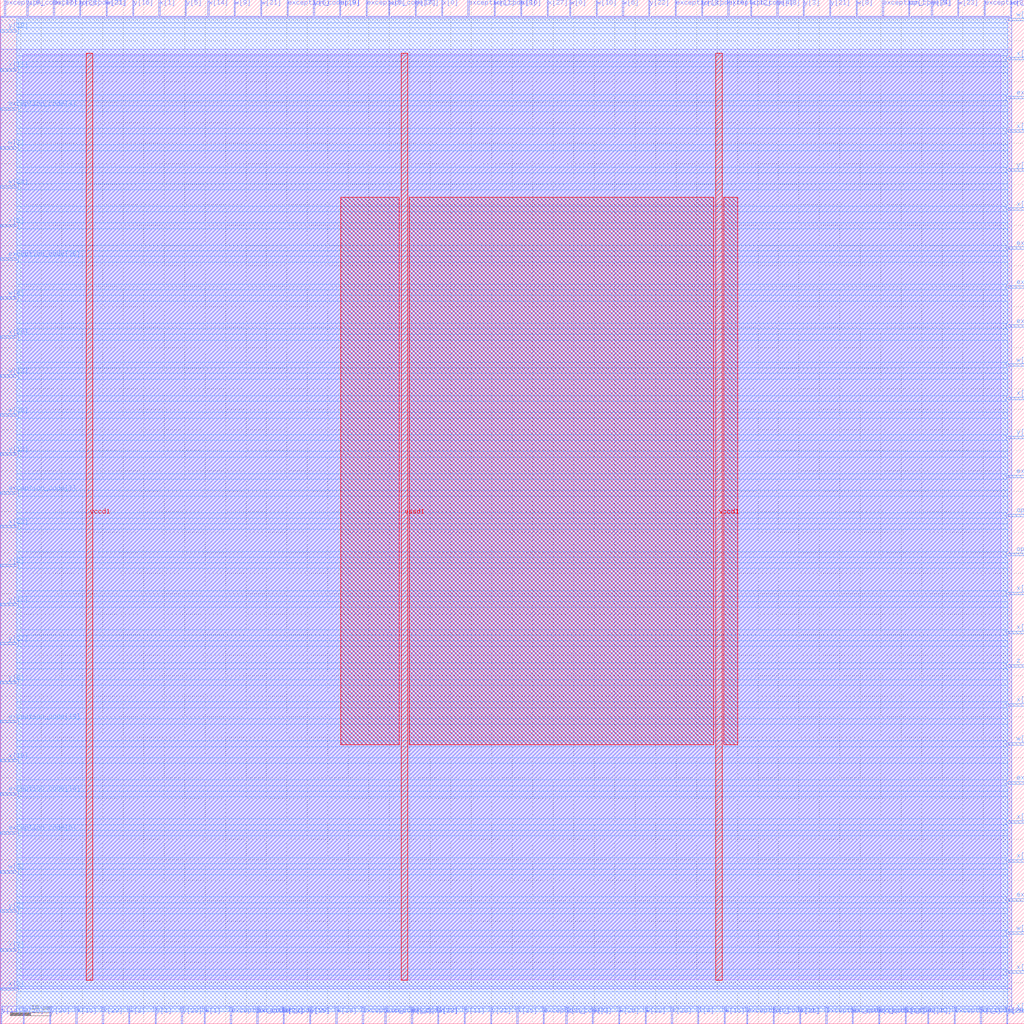
<source format=lef>
VERSION 5.7 ;
  NOWIREEXTENSIONATPIN ON ;
  DIVIDERCHAR "/" ;
  BUSBITCHARS "[]" ;
MACRO alu
  CLASS BLOCK ;
  FOREIGN alu ;
  ORIGIN 0.000 0.000 ;
  SIZE 250.000 BY 250.000 ;
  PIN exception_code[0]
    DIRECTION OUTPUT TRISTATE ;
    USE SIGNAL ;
    PORT
      LAYER met3 ;
        RECT 246.000 189.080 250.000 189.680 ;
    END
  END exception_code[0]
  PIN exception_code[10]
    DIRECTION OUTPUT TRISTATE ;
    USE SIGNAL ;
    PORT
      LAYER met2 ;
        RECT 164.770 246.000 165.050 250.000 ;
    END
  END exception_code[10]
  PIN exception_code[11]
    DIRECTION OUTPUT TRISTATE ;
    USE SIGNAL ;
    PORT
      LAYER met2 ;
        RECT 182.250 0.000 182.530 4.000 ;
    END
  END exception_code[11]
  PIN exception_code[12]
    DIRECTION OUTPUT TRISTATE ;
    USE SIGNAL ;
    PORT
      LAYER met2 ;
        RECT 214.450 0.000 214.730 4.000 ;
    END
  END exception_code[12]
  PIN exception_code[13]
    DIRECTION OUTPUT TRISTATE ;
    USE SIGNAL ;
    PORT
      LAYER met3 ;
        RECT 0.000 73.480 4.000 74.080 ;
    END
  END exception_code[13]
  PIN exception_code[14]
    DIRECTION OUTPUT TRISTATE ;
    USE SIGNAL ;
    PORT
      LAYER met3 ;
        RECT 0.000 55.800 4.000 56.400 ;
    END
  END exception_code[14]
  PIN exception_code[15]
    DIRECTION OUTPUT TRISTATE ;
    USE SIGNAL ;
    PORT
      LAYER met2 ;
        RECT 62.650 0.000 62.930 4.000 ;
    END
  END exception_code[15]
  PIN exception_code[16]
    DIRECTION OUTPUT TRISTATE ;
    USE SIGNAL ;
    PORT
      LAYER met3 ;
        RECT 246.000 225.800 250.000 226.400 ;
    END
  END exception_code[16]
  PIN exception_code[17]
    DIRECTION OUTPUT TRISTATE ;
    USE SIGNAL ;
    PORT
      LAYER met2 ;
        RECT 1.010 246.000 1.290 250.000 ;
    END
  END exception_code[17]
  PIN exception_code[18]
    DIRECTION OUTPUT TRISTATE ;
    USE SIGNAL ;
    PORT
      LAYER met2 ;
        RECT 177.650 246.000 177.930 250.000 ;
    END
  END exception_code[18]
  PIN exception_code[19]
    DIRECTION OUTPUT TRISTATE ;
    USE SIGNAL ;
    PORT
      LAYER met2 ;
        RECT 70.010 246.000 70.290 250.000 ;
    END
  END exception_code[19]
  PIN exception_code[1]
    DIRECTION OUTPUT TRISTATE ;
    USE SIGNAL ;
    PORT
      LAYER met3 ;
        RECT 246.000 29.960 250.000 30.560 ;
    END
  END exception_code[1]
  PIN exception_code[20]
    DIRECTION OUTPUT TRISTATE ;
    USE SIGNAL ;
    PORT
      LAYER met3 ;
        RECT 246.000 170.040 250.000 170.640 ;
    END
  END exception_code[20]
  PIN exception_code[21]
    DIRECTION OUTPUT TRISTATE ;
    USE SIGNAL ;
    PORT
      LAYER met2 ;
        RECT 12.970 246.000 13.250 250.000 ;
    END
  END exception_code[21]
  PIN exception_code[22]
    DIRECTION OUTPUT TRISTATE ;
    USE SIGNAL ;
    PORT
      LAYER met2 ;
        RECT 240.210 246.000 240.490 250.000 ;
    END
  END exception_code[22]
  PIN exception_code[23]
    DIRECTION OUTPUT TRISTATE ;
    USE SIGNAL ;
    PORT
      LAYER met2 ;
        RECT 93.930 0.000 94.210 4.000 ;
    END
  END exception_code[23]
  PIN exception_code[24]
    DIRECTION OUTPUT TRISTATE ;
    USE SIGNAL ;
    PORT
      LAYER met3 ;
        RECT 246.000 179.560 250.000 180.160 ;
    END
  END exception_code[24]
  PIN exception_code[25]
    DIRECTION OUTPUT TRISTATE ;
    USE SIGNAL ;
    PORT
      LAYER met2 ;
        RECT 56.210 0.000 56.490 4.000 ;
    END
  END exception_code[25]
  PIN exception_code[26]
    DIRECTION OUTPUT TRISTATE ;
    USE SIGNAL ;
    PORT
      LAYER met3 ;
        RECT 0.000 186.360 4.000 186.960 ;
    END
  END exception_code[26]
  PIN exception_code[27]
    DIRECTION OUTPUT TRISTATE ;
    USE SIGNAL ;
    PORT
      LAYER met3 ;
        RECT 246.000 58.520 250.000 59.120 ;
    END
  END exception_code[27]
  PIN exception_code[28]
    DIRECTION OUTPUT TRISTATE ;
    USE SIGNAL ;
    PORT
      LAYER met2 ;
        RECT 208.010 0.000 208.290 4.000 ;
    END
  END exception_code[28]
  PIN exception_code[29]
    DIRECTION OUTPUT TRISTATE ;
    USE SIGNAL ;
    PORT
      LAYER met2 ;
        RECT 232.850 0.000 233.130 4.000 ;
    END
  END exception_code[29]
  PIN exception_code[2]
    DIRECTION OUTPUT TRISTATE ;
    USE SIGNAL ;
    PORT
      LAYER met2 ;
        RECT 132.570 0.000 132.850 4.000 ;
    END
  END exception_code[2]
  PIN exception_code[30]
    DIRECTION OUTPUT TRISTATE ;
    USE SIGNAL ;
    PORT
      LAYER met2 ;
        RECT 89.330 246.000 89.610 250.000 ;
    END
  END exception_code[30]
  PIN exception_code[31]
    DIRECTION OUTPUT TRISTATE ;
    USE SIGNAL ;
    PORT
      LAYER met2 ;
        RECT 88.410 0.000 88.690 4.000 ;
    END
  END exception_code[31]
  PIN exception_code[3]
    DIRECTION OUTPUT TRISTATE ;
    USE SIGNAL ;
    PORT
      LAYER met2 ;
        RECT 201.570 0.000 201.850 4.000 ;
    END
  END exception_code[3]
  PIN exception_code[4]
    DIRECTION OUTPUT TRISTATE ;
    USE SIGNAL ;
    PORT
      LAYER met3 ;
        RECT 0.000 223.080 4.000 223.680 ;
    END
  END exception_code[4]
  PIN exception_code[5]
    DIRECTION OUTPUT TRISTATE ;
    USE SIGNAL ;
    PORT
      LAYER met2 ;
        RECT 215.370 246.000 215.650 250.000 ;
    END
  END exception_code[5]
  PIN exception_code[6]
    DIRECTION OUTPUT TRISTATE ;
    USE SIGNAL ;
    PORT
      LAYER met3 ;
        RECT 0.000 46.280 4.000 46.880 ;
    END
  END exception_code[6]
  PIN exception_code[7]
    DIRECTION OUTPUT TRISTATE ;
    USE SIGNAL ;
    PORT
      LAYER met3 ;
        RECT 0.000 129.240 4.000 129.840 ;
    END
  END exception_code[7]
  PIN exception_code[8]
    DIRECTION OUTPUT TRISTATE ;
    USE SIGNAL ;
    PORT
      LAYER met3 ;
        RECT 246.000 133.320 250.000 133.920 ;
    END
  END exception_code[8]
  PIN exception_code[9]
    DIRECTION OUTPUT TRISTATE ;
    USE SIGNAL ;
    PORT
      LAYER met2 ;
        RECT 114.170 246.000 114.450 250.000 ;
    END
  END exception_code[9]
  PIN op[0]
    DIRECTION INPUT ;
    USE SIGNAL ;
    PORT
      LAYER met2 ;
        RECT 82.890 246.000 83.170 250.000 ;
    END
  END op[0]
  PIN op[1]
    DIRECTION INPUT ;
    USE SIGNAL ;
    PORT
      LAYER met2 ;
        RECT 221.810 246.000 222.090 250.000 ;
    END
  END op[1]
  PIN op[2]
    DIRECTION INPUT ;
    USE SIGNAL ;
    PORT
      LAYER met3 ;
        RECT 246.000 114.280 250.000 114.880 ;
    END
  END op[2]
  PIN op[3]
    DIRECTION INPUT ;
    USE SIGNAL ;
    PORT
      LAYER met3 ;
        RECT 246.000 123.800 250.000 124.400 ;
    END
  END op[3]
  PIN vccd1
    DIRECTION INPUT ;
    USE POWER ;
    PORT
      LAYER met4 ;
        RECT 21.040 10.640 22.640 236.880 ;
    END
    PORT
      LAYER met4 ;
        RECT 174.640 10.640 176.240 236.880 ;
    END
  END vccd1
  PIN vssd1
    DIRECTION INPUT ;
    USE GROUND ;
    PORT
      LAYER met4 ;
        RECT 97.840 10.640 99.440 236.880 ;
    END
  END vssd1
  PIN w[0]
    DIRECTION OUTPUT TRISTATE ;
    USE SIGNAL ;
    PORT
      LAYER met2 ;
        RECT 139.010 246.000 139.290 250.000 ;
    END
  END w[0]
  PIN w[10]
    DIRECTION OUTPUT TRISTATE ;
    USE SIGNAL ;
    PORT
      LAYER met2 ;
        RECT 145.450 246.000 145.730 250.000 ;
    END
  END w[10]
  PIN w[11]
    DIRECTION OUTPUT TRISTATE ;
    USE SIGNAL ;
    PORT
      LAYER met2 ;
        RECT 120.610 246.000 120.890 250.000 ;
    END
  END w[11]
  PIN w[12]
    DIRECTION OUTPUT TRISTATE ;
    USE SIGNAL ;
    PORT
      LAYER met2 ;
        RECT 183.170 246.000 183.450 250.000 ;
    END
  END w[12]
  PIN w[13]
    DIRECTION OUTPUT TRISTATE ;
    USE SIGNAL ;
    PORT
      LAYER met3 ;
        RECT 0.000 157.800 4.000 158.400 ;
    END
  END w[13]
  PIN w[14]
    DIRECTION OUTPUT TRISTATE ;
    USE SIGNAL ;
    PORT
      LAYER met2 ;
        RECT 50.690 246.000 50.970 250.000 ;
    END
  END w[14]
  PIN w[15]
    DIRECTION OUTPUT TRISTATE ;
    USE SIGNAL ;
    PORT
      LAYER met2 ;
        RECT 176.730 0.000 177.010 4.000 ;
    END
  END w[15]
  PIN w[16]
    DIRECTION OUTPUT TRISTATE ;
    USE SIGNAL ;
    PORT
      LAYER met3 ;
        RECT 246.000 68.040 250.000 68.640 ;
    END
  END w[16]
  PIN w[17]
    DIRECTION OUTPUT TRISTATE ;
    USE SIGNAL ;
    PORT
      LAYER met2 ;
        RECT 69.090 0.000 69.370 4.000 ;
    END
  END w[17]
  PIN w[18]
    DIRECTION OUTPUT TRISTATE ;
    USE SIGNAL ;
    PORT
      LAYER met2 ;
        RECT 106.810 0.000 107.090 4.000 ;
    END
  END w[18]
  PIN w[19]
    DIRECTION OUTPUT TRISTATE ;
    USE SIGNAL ;
    PORT
      LAYER met3 ;
        RECT 246.000 21.800 250.000 22.400 ;
    END
  END w[19]
  PIN w[1]
    DIRECTION OUTPUT TRISTATE ;
    USE SIGNAL ;
    PORT
      LAYER met2 ;
        RECT 49.770 0.000 50.050 4.000 ;
    END
  END w[1]
  PIN w[20]
    DIRECTION OUTPUT TRISTATE ;
    USE SIGNAL ;
    PORT
      LAYER met2 ;
        RECT 5.610 0.000 5.890 4.000 ;
    END
  END w[20]
  PIN w[21]
    DIRECTION OUTPUT TRISTATE ;
    USE SIGNAL ;
    PORT
      LAYER met2 ;
        RECT 63.570 246.000 63.850 250.000 ;
    END
  END w[21]
  PIN w[22]
    DIRECTION OUTPUT TRISTATE ;
    USE SIGNAL ;
    PORT
      LAYER met2 ;
        RECT 157.410 0.000 157.690 4.000 ;
    END
  END w[22]
  PIN w[23]
    DIRECTION OUTPUT TRISTATE ;
    USE SIGNAL ;
    PORT
      LAYER met2 ;
        RECT 233.770 246.000 234.050 250.000 ;
    END
  END w[23]
  PIN w[24]
    DIRECTION OUTPUT TRISTATE ;
    USE SIGNAL ;
    PORT
      LAYER met3 ;
        RECT 0.000 204.040 4.000 204.640 ;
    END
  END w[24]
  PIN w[25]
    DIRECTION OUTPUT TRISTATE ;
    USE SIGNAL ;
    PORT
      LAYER met3 ;
        RECT 246.000 244.840 250.000 245.440 ;
    END
  END w[25]
  PIN w[26]
    DIRECTION OUTPUT TRISTATE ;
    USE SIGNAL ;
    PORT
      LAYER met2 ;
        RECT 150.970 0.000 151.250 4.000 ;
    END
  END w[26]
  PIN w[27]
    DIRECTION OUTPUT TRISTATE ;
    USE SIGNAL ;
    PORT
      LAYER met3 ;
        RECT 246.000 160.520 250.000 161.120 ;
    END
  END w[27]
  PIN w[28]
    DIRECTION OUTPUT TRISTATE ;
    USE SIGNAL ;
    PORT
      LAYER met3 ;
        RECT 0.000 148.280 4.000 148.880 ;
    END
  END w[28]
  PIN w[29]
    DIRECTION OUTPUT TRISTATE ;
    USE SIGNAL ;
    PORT
      LAYER met2 ;
        RECT 81.970 0.000 82.250 4.000 ;
    END
  END w[29]
  PIN w[2]
    DIRECTION OUTPUT TRISTATE ;
    USE SIGNAL ;
    PORT
      LAYER met2 ;
        RECT 31.370 0.000 31.650 4.000 ;
    END
  END w[2]
  PIN w[30]
    DIRECTION OUTPUT TRISTATE ;
    USE SIGNAL ;
    PORT
      LAYER met2 ;
        RECT 246.650 246.000 246.930 250.000 ;
    END
  END w[30]
  PIN w[31]
    DIRECTION OUTPUT TRISTATE ;
    USE SIGNAL ;
    PORT
      LAYER met2 ;
        RECT 25.850 246.000 26.130 250.000 ;
    END
  END w[31]
  PIN w[3]
    DIRECTION OUTPUT TRISTATE ;
    USE SIGNAL ;
    PORT
      LAYER met3 ;
        RECT 0.000 36.760 4.000 37.360 ;
    END
  END w[3]
  PIN w[4]
    DIRECTION OUTPUT TRISTATE ;
    USE SIGNAL ;
    PORT
      LAYER met3 ;
        RECT 0.000 176.840 4.000 177.440 ;
    END
  END w[4]
  PIN w[5]
    DIRECTION OUTPUT TRISTATE ;
    USE SIGNAL ;
    PORT
      LAYER met2 ;
        RECT 94.850 246.000 95.130 250.000 ;
    END
  END w[5]
  PIN w[6]
    DIRECTION OUTPUT TRISTATE ;
    USE SIGNAL ;
    PORT
      LAYER met2 ;
        RECT 151.890 246.000 152.170 250.000 ;
    END
  END w[6]
  PIN w[7]
    DIRECTION OUTPUT TRISTATE ;
    USE SIGNAL ;
    PORT
      LAYER met3 ;
        RECT 0.000 213.560 4.000 214.160 ;
    END
  END w[7]
  PIN w[8]
    DIRECTION OUTPUT TRISTATE ;
    USE SIGNAL ;
    PORT
      LAYER met2 ;
        RECT 208.930 246.000 209.210 250.000 ;
    END
  END w[8]
  PIN w[9]
    DIRECTION OUTPUT TRISTATE ;
    USE SIGNAL ;
    PORT
      LAYER met2 ;
        RECT 57.130 246.000 57.410 250.000 ;
    END
  END w[9]
  PIN x[0]
    DIRECTION INPUT ;
    USE SIGNAL ;
    PORT
      LAYER met2 ;
        RECT 107.730 246.000 108.010 250.000 ;
    END
  END x[0]
  PIN x[10]
    DIRECTION INPUT ;
    USE SIGNAL ;
    PORT
      LAYER met2 ;
        RECT 127.050 246.000 127.330 250.000 ;
    END
  END x[10]
  PIN x[11]
    DIRECTION INPUT ;
    USE SIGNAL ;
    PORT
      LAYER met3 ;
        RECT 0.000 232.600 4.000 233.200 ;
    END
  END x[11]
  PIN x[12]
    DIRECTION INPUT ;
    USE SIGNAL ;
    PORT
      LAYER met3 ;
        RECT 246.000 77.560 250.000 78.160 ;
    END
  END x[12]
  PIN x[13]
    DIRECTION INPUT ;
    USE SIGNAL ;
    PORT
      LAYER met3 ;
        RECT 246.000 39.480 250.000 40.080 ;
    END
  END x[13]
  PIN x[14]
    DIRECTION INPUT ;
    USE SIGNAL ;
    PORT
      LAYER met3 ;
        RECT 246.000 217.640 250.000 218.240 ;
    END
  END x[14]
  PIN x[15]
    DIRECTION INPUT ;
    USE SIGNAL ;
    PORT
      LAYER met2 ;
        RECT 18.490 0.000 18.770 4.000 ;
    END
  END x[15]
  PIN x[16]
    DIRECTION INPUT ;
    USE SIGNAL ;
    PORT
      LAYER met2 ;
        RECT 220.890 0.000 221.170 4.000 ;
    END
  END x[16]
  PIN x[17]
    DIRECTION INPUT ;
    USE SIGNAL ;
    PORT
      LAYER met3 ;
        RECT 246.000 49.000 250.000 49.600 ;
    END
  END x[17]
  PIN x[18]
    DIRECTION INPUT ;
    USE SIGNAL ;
    PORT
      LAYER met3 ;
        RECT 0.000 63.960 4.000 64.560 ;
    END
  END x[18]
  PIN x[19]
    DIRECTION INPUT ;
    USE SIGNAL ;
    PORT
      LAYER met3 ;
        RECT 246.000 2.760 250.000 3.360 ;
    END
  END x[19]
  PIN x[1]
    DIRECTION INPUT ;
    USE SIGNAL ;
    PORT
      LAYER met2 ;
        RECT 38.730 246.000 39.010 250.000 ;
    END
  END x[1]
  PIN x[20]
    DIRECTION INPUT ;
    USE SIGNAL ;
    PORT
      LAYER met3 ;
        RECT 0.000 167.320 4.000 167.920 ;
    END
  END x[20]
  PIN x[21]
    DIRECTION INPUT ;
    USE SIGNAL ;
    PORT
      LAYER met3 ;
        RECT 246.000 95.240 250.000 95.840 ;
    END
  END x[21]
  PIN x[22]
    DIRECTION INPUT ;
    USE SIGNAL ;
    PORT
      LAYER met3 ;
        RECT 246.000 235.320 250.000 235.920 ;
    END
  END x[22]
  PIN x[23]
    DIRECTION INPUT ;
    USE SIGNAL ;
    PORT
      LAYER met3 ;
        RECT 0.000 121.080 4.000 121.680 ;
    END
  END x[23]
  PIN x[24]
    DIRECTION INPUT ;
    USE SIGNAL ;
    PORT
      LAYER met2 ;
        RECT 239.290 0.000 239.570 4.000 ;
    END
  END x[24]
  PIN x[25]
    DIRECTION INPUT ;
    USE SIGNAL ;
    PORT
      LAYER met2 ;
        RECT 126.130 0.000 126.410 4.000 ;
    END
  END x[25]
  PIN x[26]
    DIRECTION INPUT ;
    USE SIGNAL ;
    PORT
      LAYER met2 ;
        RECT 195.130 0.000 195.410 4.000 ;
    END
  END x[26]
  PIN x[27]
    DIRECTION INPUT ;
    USE SIGNAL ;
    PORT
      LAYER met2 ;
        RECT 133.490 246.000 133.770 250.000 ;
    END
  END x[27]
  PIN x[28]
    DIRECTION INPUT ;
    USE SIGNAL ;
    PORT
      LAYER met2 ;
        RECT 163.850 0.000 164.130 4.000 ;
    END
  END x[28]
  PIN x[29]
    DIRECTION INPUT ;
    USE SIGNAL ;
    PORT
      LAYER met2 ;
        RECT 24.930 0.000 25.210 4.000 ;
    END
  END x[29]
  PIN x[2]
    DIRECTION INPUT ;
    USE SIGNAL ;
    PORT
      LAYER met3 ;
        RECT 0.000 111.560 4.000 112.160 ;
    END
  END x[2]
  PIN x[30]
    DIRECTION INPUT ;
    USE SIGNAL ;
    PORT
      LAYER met2 ;
        RECT 226.410 0.000 226.690 4.000 ;
    END
  END x[30]
  PIN x[31]
    DIRECTION INPUT ;
    USE SIGNAL ;
    PORT
      LAYER met3 ;
        RECT 246.000 152.360 250.000 152.960 ;
    END
  END x[31]
  PIN x[3]
    DIRECTION INPUT ;
    USE SIGNAL ;
    PORT
      LAYER met3 ;
        RECT 0.000 8.200 4.000 8.800 ;
    END
  END x[3]
  PIN x[4]
    DIRECTION INPUT ;
    USE SIGNAL ;
    PORT
      LAYER met2 ;
        RECT 170.290 0.000 170.570 4.000 ;
    END
  END x[4]
  PIN x[5]
    DIRECTION INPUT ;
    USE SIGNAL ;
    PORT
      LAYER met3 ;
        RECT 0.000 194.520 4.000 195.120 ;
    END
  END x[5]
  PIN x[6]
    DIRECTION INPUT ;
    USE SIGNAL ;
    PORT
      LAYER met3 ;
        RECT 246.000 12.280 250.000 12.880 ;
    END
  END x[6]
  PIN x[7]
    DIRECTION INPUT ;
    USE SIGNAL ;
    PORT
      LAYER met3 ;
        RECT 0.000 17.720 4.000 18.320 ;
    END
  END x[7]
  PIN x[8]
    DIRECTION INPUT ;
    USE SIGNAL ;
    PORT
      LAYER met3 ;
        RECT 246.000 104.760 250.000 105.360 ;
    END
  END x[8]
  PIN x[9]
    DIRECTION INPUT ;
    USE SIGNAL ;
    PORT
      LAYER met3 ;
        RECT 246.000 198.600 250.000 199.200 ;
    END
  END x[9]
  PIN y[0]
    DIRECTION INPUT ;
    USE SIGNAL ;
    PORT
      LAYER met2 ;
        RECT 188.690 0.000 188.970 4.000 ;
    END
  END y[0]
  PIN y[10]
    DIRECTION INPUT ;
    USE SIGNAL ;
    PORT
      LAYER met3 ;
        RECT 246.000 208.120 250.000 208.720 ;
    END
  END y[10]
  PIN y[11]
    DIRECTION INPUT ;
    USE SIGNAL ;
    PORT
      LAYER met2 ;
        RECT 113.250 0.000 113.530 4.000 ;
    END
  END y[11]
  PIN y[12]
    DIRECTION INPUT ;
    USE SIGNAL ;
    PORT
      LAYER met3 ;
        RECT 0.000 138.760 4.000 139.360 ;
    END
  END y[12]
  PIN y[13]
    DIRECTION INPUT ;
    USE SIGNAL ;
    PORT
      LAYER met3 ;
        RECT 0.000 102.040 4.000 102.640 ;
    END
  END y[13]
  PIN y[14]
    DIRECTION INPUT ;
    USE SIGNAL ;
    PORT
      LAYER met2 ;
        RECT 0.090 0.000 0.370 4.000 ;
    END
  END y[14]
  PIN y[15]
    DIRECTION INPUT ;
    USE SIGNAL ;
    PORT
      LAYER met2 ;
        RECT 138.090 0.000 138.370 4.000 ;
    END
  END y[15]
  PIN y[16]
    DIRECTION INPUT ;
    USE SIGNAL ;
    PORT
      LAYER met2 ;
        RECT 32.290 246.000 32.570 250.000 ;
    END
  END y[16]
  PIN y[17]
    DIRECTION INPUT ;
    USE SIGNAL ;
    PORT
      LAYER met2 ;
        RECT 101.290 246.000 101.570 250.000 ;
    END
  END y[17]
  PIN y[18]
    DIRECTION INPUT ;
    USE SIGNAL ;
    PORT
      LAYER met2 ;
        RECT 171.210 246.000 171.490 250.000 ;
    END
  END y[18]
  PIN y[19]
    DIRECTION INPUT ;
    USE SIGNAL ;
    PORT
      LAYER met3 ;
        RECT 0.000 242.120 4.000 242.720 ;
    END
  END y[19]
  PIN y[1]
    DIRECTION INPUT ;
    USE SIGNAL ;
    PORT
      LAYER met2 ;
        RECT 37.810 0.000 38.090 4.000 ;
    END
  END y[1]
  PIN y[20]
    DIRECTION INPUT ;
    USE SIGNAL ;
    PORT
      LAYER met2 ;
        RECT 12.050 0.000 12.330 4.000 ;
    END
  END y[20]
  PIN y[21]
    DIRECTION INPUT ;
    USE SIGNAL ;
    PORT
      LAYER met2 ;
        RECT 202.490 246.000 202.770 250.000 ;
    END
  END y[21]
  PIN y[22]
    DIRECTION INPUT ;
    USE SIGNAL ;
    PORT
      LAYER met2 ;
        RECT 158.330 246.000 158.610 250.000 ;
    END
  END y[22]
  PIN y[23]
    DIRECTION INPUT ;
    USE SIGNAL ;
    PORT
      LAYER met2 ;
        RECT 100.370 0.000 100.650 4.000 ;
    END
  END y[23]
  PIN y[24]
    DIRECTION INPUT ;
    USE SIGNAL ;
    PORT
      LAYER met2 ;
        RECT 227.330 246.000 227.610 250.000 ;
    END
  END y[24]
  PIN y[25]
    DIRECTION INPUT ;
    USE SIGNAL ;
    PORT
      LAYER met2 ;
        RECT 245.730 0.000 246.010 4.000 ;
    END
  END y[25]
  PIN y[26]
    DIRECTION INPUT ;
    USE SIGNAL ;
    PORT
      LAYER met2 ;
        RECT 19.410 246.000 19.690 250.000 ;
    END
  END y[26]
  PIN y[27]
    DIRECTION INPUT ;
    USE SIGNAL ;
    PORT
      LAYER met3 ;
        RECT 0.000 92.520 4.000 93.120 ;
    END
  END y[27]
  PIN y[28]
    DIRECTION INPUT ;
    USE SIGNAL ;
    PORT
      LAYER met2 ;
        RECT 44.250 0.000 44.530 4.000 ;
    END
  END y[28]
  PIN y[29]
    DIRECTION INPUT ;
    USE SIGNAL ;
    PORT
      LAYER met2 ;
        RECT 75.530 0.000 75.810 4.000 ;
    END
  END y[29]
  PIN y[2]
    DIRECTION INPUT ;
    USE SIGNAL ;
    PORT
      LAYER met3 ;
        RECT 0.000 27.240 4.000 27.840 ;
    END
  END y[2]
  PIN y[30]
    DIRECTION INPUT ;
    USE SIGNAL ;
    PORT
      LAYER met3 ;
        RECT 246.000 142.840 250.000 143.440 ;
    END
  END y[30]
  PIN y[31]
    DIRECTION INPUT ;
    USE SIGNAL ;
    PORT
      LAYER met2 ;
        RECT 119.690 0.000 119.970 4.000 ;
    END
  END y[31]
  PIN y[3]
    DIRECTION INPUT ;
    USE SIGNAL ;
    PORT
      LAYER met2 ;
        RECT 196.050 246.000 196.330 250.000 ;
    END
  END y[3]
  PIN y[4]
    DIRECTION INPUT ;
    USE SIGNAL ;
    PORT
      LAYER met2 ;
        RECT 189.610 246.000 189.890 250.000 ;
    END
  END y[4]
  PIN y[5]
    DIRECTION INPUT ;
    USE SIGNAL ;
    PORT
      LAYER met2 ;
        RECT 45.170 246.000 45.450 250.000 ;
    END
  END y[5]
  PIN y[6]
    DIRECTION INPUT ;
    USE SIGNAL ;
    PORT
      LAYER met2 ;
        RECT 76.450 246.000 76.730 250.000 ;
    END
  END y[6]
  PIN y[7]
    DIRECTION INPUT ;
    USE SIGNAL ;
    PORT
      LAYER met2 ;
        RECT 144.530 0.000 144.810 4.000 ;
    END
  END y[7]
  PIN y[8]
    DIRECTION INPUT ;
    USE SIGNAL ;
    PORT
      LAYER met3 ;
        RECT 0.000 83.000 4.000 83.600 ;
    END
  END y[8]
  PIN y[9]
    DIRECTION INPUT ;
    USE SIGNAL ;
    PORT
      LAYER met2 ;
        RECT 6.530 246.000 6.810 250.000 ;
    END
  END y[9]
  PIN z
    DIRECTION OUTPUT TRISTATE ;
    USE SIGNAL ;
    PORT
      LAYER met3 ;
        RECT 246.000 87.080 250.000 87.680 ;
    END
  END z
  OBS
      LAYER li1 ;
        RECT 5.520 10.795 244.260 236.725 ;
      LAYER met1 ;
        RECT 0.070 8.540 246.950 237.960 ;
      LAYER met2 ;
        RECT 0.100 245.720 0.730 246.000 ;
        RECT 1.570 245.720 6.250 246.000 ;
        RECT 7.090 245.720 12.690 246.000 ;
        RECT 13.530 245.720 19.130 246.000 ;
        RECT 19.970 245.720 25.570 246.000 ;
        RECT 26.410 245.720 32.010 246.000 ;
        RECT 32.850 245.720 38.450 246.000 ;
        RECT 39.290 245.720 44.890 246.000 ;
        RECT 45.730 245.720 50.410 246.000 ;
        RECT 51.250 245.720 56.850 246.000 ;
        RECT 57.690 245.720 63.290 246.000 ;
        RECT 64.130 245.720 69.730 246.000 ;
        RECT 70.570 245.720 76.170 246.000 ;
        RECT 77.010 245.720 82.610 246.000 ;
        RECT 83.450 245.720 89.050 246.000 ;
        RECT 89.890 245.720 94.570 246.000 ;
        RECT 95.410 245.720 101.010 246.000 ;
        RECT 101.850 245.720 107.450 246.000 ;
        RECT 108.290 245.720 113.890 246.000 ;
        RECT 114.730 245.720 120.330 246.000 ;
        RECT 121.170 245.720 126.770 246.000 ;
        RECT 127.610 245.720 133.210 246.000 ;
        RECT 134.050 245.720 138.730 246.000 ;
        RECT 139.570 245.720 145.170 246.000 ;
        RECT 146.010 245.720 151.610 246.000 ;
        RECT 152.450 245.720 158.050 246.000 ;
        RECT 158.890 245.720 164.490 246.000 ;
        RECT 165.330 245.720 170.930 246.000 ;
        RECT 171.770 245.720 177.370 246.000 ;
        RECT 178.210 245.720 182.890 246.000 ;
        RECT 183.730 245.720 189.330 246.000 ;
        RECT 190.170 245.720 195.770 246.000 ;
        RECT 196.610 245.720 202.210 246.000 ;
        RECT 203.050 245.720 208.650 246.000 ;
        RECT 209.490 245.720 215.090 246.000 ;
        RECT 215.930 245.720 221.530 246.000 ;
        RECT 222.370 245.720 227.050 246.000 ;
        RECT 227.890 245.720 233.490 246.000 ;
        RECT 234.330 245.720 239.930 246.000 ;
        RECT 240.770 245.720 246.370 246.000 ;
        RECT 0.100 4.280 246.920 245.720 ;
        RECT 0.650 2.875 5.330 4.280 ;
        RECT 6.170 2.875 11.770 4.280 ;
        RECT 12.610 2.875 18.210 4.280 ;
        RECT 19.050 2.875 24.650 4.280 ;
        RECT 25.490 2.875 31.090 4.280 ;
        RECT 31.930 2.875 37.530 4.280 ;
        RECT 38.370 2.875 43.970 4.280 ;
        RECT 44.810 2.875 49.490 4.280 ;
        RECT 50.330 2.875 55.930 4.280 ;
        RECT 56.770 2.875 62.370 4.280 ;
        RECT 63.210 2.875 68.810 4.280 ;
        RECT 69.650 2.875 75.250 4.280 ;
        RECT 76.090 2.875 81.690 4.280 ;
        RECT 82.530 2.875 88.130 4.280 ;
        RECT 88.970 2.875 93.650 4.280 ;
        RECT 94.490 2.875 100.090 4.280 ;
        RECT 100.930 2.875 106.530 4.280 ;
        RECT 107.370 2.875 112.970 4.280 ;
        RECT 113.810 2.875 119.410 4.280 ;
        RECT 120.250 2.875 125.850 4.280 ;
        RECT 126.690 2.875 132.290 4.280 ;
        RECT 133.130 2.875 137.810 4.280 ;
        RECT 138.650 2.875 144.250 4.280 ;
        RECT 145.090 2.875 150.690 4.280 ;
        RECT 151.530 2.875 157.130 4.280 ;
        RECT 157.970 2.875 163.570 4.280 ;
        RECT 164.410 2.875 170.010 4.280 ;
        RECT 170.850 2.875 176.450 4.280 ;
        RECT 177.290 2.875 181.970 4.280 ;
        RECT 182.810 2.875 188.410 4.280 ;
        RECT 189.250 2.875 194.850 4.280 ;
        RECT 195.690 2.875 201.290 4.280 ;
        RECT 202.130 2.875 207.730 4.280 ;
        RECT 208.570 2.875 214.170 4.280 ;
        RECT 215.010 2.875 220.610 4.280 ;
        RECT 221.450 2.875 226.130 4.280 ;
        RECT 226.970 2.875 232.570 4.280 ;
        RECT 233.410 2.875 239.010 4.280 ;
        RECT 239.850 2.875 245.450 4.280 ;
        RECT 246.290 2.875 246.920 4.280 ;
      LAYER met3 ;
        RECT 4.000 244.440 245.600 245.305 ;
        RECT 4.000 243.120 246.000 244.440 ;
        RECT 4.400 241.720 246.000 243.120 ;
        RECT 4.000 236.320 246.000 241.720 ;
        RECT 4.000 234.920 245.600 236.320 ;
        RECT 4.000 233.600 246.000 234.920 ;
        RECT 4.400 232.200 246.000 233.600 ;
        RECT 4.000 226.800 246.000 232.200 ;
        RECT 4.000 225.400 245.600 226.800 ;
        RECT 4.000 224.080 246.000 225.400 ;
        RECT 4.400 222.680 246.000 224.080 ;
        RECT 4.000 218.640 246.000 222.680 ;
        RECT 4.000 217.240 245.600 218.640 ;
        RECT 4.000 214.560 246.000 217.240 ;
        RECT 4.400 213.160 246.000 214.560 ;
        RECT 4.000 209.120 246.000 213.160 ;
        RECT 4.000 207.720 245.600 209.120 ;
        RECT 4.000 205.040 246.000 207.720 ;
        RECT 4.400 203.640 246.000 205.040 ;
        RECT 4.000 199.600 246.000 203.640 ;
        RECT 4.000 198.200 245.600 199.600 ;
        RECT 4.000 195.520 246.000 198.200 ;
        RECT 4.400 194.120 246.000 195.520 ;
        RECT 4.000 190.080 246.000 194.120 ;
        RECT 4.000 188.680 245.600 190.080 ;
        RECT 4.000 187.360 246.000 188.680 ;
        RECT 4.400 185.960 246.000 187.360 ;
        RECT 4.000 180.560 246.000 185.960 ;
        RECT 4.000 179.160 245.600 180.560 ;
        RECT 4.000 177.840 246.000 179.160 ;
        RECT 4.400 176.440 246.000 177.840 ;
        RECT 4.000 171.040 246.000 176.440 ;
        RECT 4.000 169.640 245.600 171.040 ;
        RECT 4.000 168.320 246.000 169.640 ;
        RECT 4.400 166.920 246.000 168.320 ;
        RECT 4.000 161.520 246.000 166.920 ;
        RECT 4.000 160.120 245.600 161.520 ;
        RECT 4.000 158.800 246.000 160.120 ;
        RECT 4.400 157.400 246.000 158.800 ;
        RECT 4.000 153.360 246.000 157.400 ;
        RECT 4.000 151.960 245.600 153.360 ;
        RECT 4.000 149.280 246.000 151.960 ;
        RECT 4.400 147.880 246.000 149.280 ;
        RECT 4.000 143.840 246.000 147.880 ;
        RECT 4.000 142.440 245.600 143.840 ;
        RECT 4.000 139.760 246.000 142.440 ;
        RECT 4.400 138.360 246.000 139.760 ;
        RECT 4.000 134.320 246.000 138.360 ;
        RECT 4.000 132.920 245.600 134.320 ;
        RECT 4.000 130.240 246.000 132.920 ;
        RECT 4.400 128.840 246.000 130.240 ;
        RECT 4.000 124.800 246.000 128.840 ;
        RECT 4.000 123.400 245.600 124.800 ;
        RECT 4.000 122.080 246.000 123.400 ;
        RECT 4.400 120.680 246.000 122.080 ;
        RECT 4.000 115.280 246.000 120.680 ;
        RECT 4.000 113.880 245.600 115.280 ;
        RECT 4.000 112.560 246.000 113.880 ;
        RECT 4.400 111.160 246.000 112.560 ;
        RECT 4.000 105.760 246.000 111.160 ;
        RECT 4.000 104.360 245.600 105.760 ;
        RECT 4.000 103.040 246.000 104.360 ;
        RECT 4.400 101.640 246.000 103.040 ;
        RECT 4.000 96.240 246.000 101.640 ;
        RECT 4.000 94.840 245.600 96.240 ;
        RECT 4.000 93.520 246.000 94.840 ;
        RECT 4.400 92.120 246.000 93.520 ;
        RECT 4.000 88.080 246.000 92.120 ;
        RECT 4.000 86.680 245.600 88.080 ;
        RECT 4.000 84.000 246.000 86.680 ;
        RECT 4.400 82.600 246.000 84.000 ;
        RECT 4.000 78.560 246.000 82.600 ;
        RECT 4.000 77.160 245.600 78.560 ;
        RECT 4.000 74.480 246.000 77.160 ;
        RECT 4.400 73.080 246.000 74.480 ;
        RECT 4.000 69.040 246.000 73.080 ;
        RECT 4.000 67.640 245.600 69.040 ;
        RECT 4.000 64.960 246.000 67.640 ;
        RECT 4.400 63.560 246.000 64.960 ;
        RECT 4.000 59.520 246.000 63.560 ;
        RECT 4.000 58.120 245.600 59.520 ;
        RECT 4.000 56.800 246.000 58.120 ;
        RECT 4.400 55.400 246.000 56.800 ;
        RECT 4.000 50.000 246.000 55.400 ;
        RECT 4.000 48.600 245.600 50.000 ;
        RECT 4.000 47.280 246.000 48.600 ;
        RECT 4.400 45.880 246.000 47.280 ;
        RECT 4.000 40.480 246.000 45.880 ;
        RECT 4.000 39.080 245.600 40.480 ;
        RECT 4.000 37.760 246.000 39.080 ;
        RECT 4.400 36.360 246.000 37.760 ;
        RECT 4.000 30.960 246.000 36.360 ;
        RECT 4.000 29.560 245.600 30.960 ;
        RECT 4.000 28.240 246.000 29.560 ;
        RECT 4.400 26.840 246.000 28.240 ;
        RECT 4.000 22.800 246.000 26.840 ;
        RECT 4.000 21.400 245.600 22.800 ;
        RECT 4.000 18.720 246.000 21.400 ;
        RECT 4.400 17.320 246.000 18.720 ;
        RECT 4.000 13.280 246.000 17.320 ;
        RECT 4.000 11.880 245.600 13.280 ;
        RECT 4.000 9.200 246.000 11.880 ;
        RECT 4.400 7.800 246.000 9.200 ;
        RECT 4.000 3.760 246.000 7.800 ;
        RECT 4.000 2.895 245.600 3.760 ;
      LAYER met4 ;
        RECT 83.095 68.175 97.440 201.785 ;
        RECT 99.840 68.175 174.240 201.785 ;
        RECT 176.640 68.175 180.025 201.785 ;
  END
END alu
END LIBRARY


</source>
